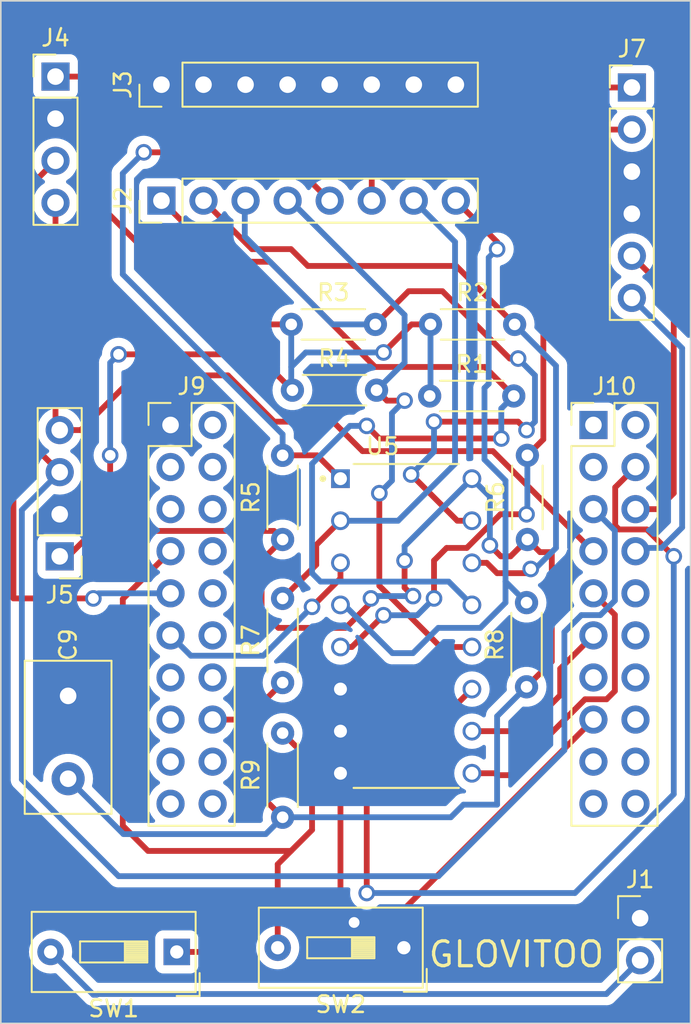
<source format=kicad_pcb>
(kicad_pcb (version 20221018) (generator pcbnew)
  (layers (0 "F.Cu" signal) (31 "B.Cu" signal) (34 "B.Paste" user) (35 "F.Paste" user) (36 "B.SilkS" user "B.Silkscreen") (37 "F.SilkS" user "F.Silkscreen") (38 "B.Mask" user) (39 "F.Mask" user) (44 "Edge.Cuts" user))
  (net 0 "")
  (net 1 "GND")
  (net 2 "+3.3V")
  (net 3 "S0")
  (net 4 "S1")
  (net 5 "S2")
  (net 6 "S3")
  (net 7 "S4")
  (net 8 "S5")
  (net 9 "S6")
  (net 10 "S7")
  (net 11 "MC_SCL")
  (net 12 "MC_SDA")
  (net 13 "INM_SD")
  (net 14 "INM_WS")
  (net 15 "INM_SCK")
  (net 16 "MC_IO35")
  (net 17 "MC_IO34")
  (net 18 "SET_C")
  (net 19 "SET_B")
  (net 20 "SET_A")
  (net 21 "Net-(J1-Pin_2)")
  (net 22 "+5V")
  (footprint "Resistor_THT:R_Axial_DIN0204_L3.6mm_D1.6mm_P5.08mm_Horizontal" (layer "F.Cu") (at 99.568 93.218 90)
    (fp_text reference "R7" (at 2.54 -1.92 90) (layer "F.SilkS"))
    (fp_text value "4.7K")
    (pad "1" thru_hole circle (at 0 0 90) (size 1.4 1.4) (drill 0.7) (layers "*.Cu" "*.Mask") (net 2 "+3.3V"))
    (pad "2" thru_hole oval (at 5.08 0 90) (size 1.4 1.4) (drill 0.7) (layers "*.Cu" "*.Mask") (net 9 "S6"))
  )
  (footprint "Connector_PinHeader_2.54mm:PinHeader_1x06_P2.54mm_Vertical" (layer "F.Cu") (at 120.66 57.3)
    (fp_text reference "J7" (at 0 -2.33) (layer "F.SilkS"))
    (fp_text value "INMP441")
    (pad "1" thru_hole rect (at 0 0) (size 1.7 1.7) (drill 1) (layers "*.Cu" "*.Mask") (net 13 "INM_SD"))
    (pad "2" thru_hole oval (at 0 2.54) (size 1.7 1.7) (drill 1) (layers "*.Cu" "*.Mask") (net 2 "+3.3V"))
    (pad "3" thru_hole oval (at 0 5.08) (size 1.7 1.7) (drill 1) (layers "*.Cu" "*.Mask") (net 1 "GND"))
    (pad "4" thru_hole oval (at 0 7.62) (size 1.7 1.7) (drill 1) (layers "*.Cu" "*.Mask") (net 1 "GND"))
    (pad "5" thru_hole oval (at 0 10.16) (size 1.7 1.7) (drill 1) (layers "*.Cu" "*.Mask") (net 14 "INM_WS"))
    (pad "6" thru_hole oval (at 0 12.7) (size 1.7 1.7) (drill 1) (layers "*.Cu" "*.Mask") (net 15 "INM_SCK"))
  )
  (footprint "Resistor_THT:R_Axial_DIN0204_L3.6mm_D1.6mm_P5.08mm_Horizontal" (layer "F.Cu") (at 108.45 75.92)
    (fp_text reference "R1" (at 2.54 -1.92) (layer "F.SilkS"))
    (fp_text value "4.7K")
    (pad "1" thru_hole circle (at 0 0) (size 1.4 1.4) (drill 0.7) (layers "*.Cu" "*.Mask") (net 2 "+3.3V"))
    (pad "2" thru_hole oval (at 5.08 0) (size 1.4 1.4) (drill 0.7) (layers "*.Cu" "*.Mask") (net 3 "S0"))
  )
  (footprint "Connector_PinHeader_2.54mm:PinHeader_2x10_P2.54mm_Vertical" (layer "F.Cu") (at 118.34 77.67)
    (fp_text reference "J10" (at 1.27 -2.33) (layer "F.SilkS"))
    (fp_text value "Kanan")
    (pad "1" thru_hole rect (at 0 0) (size 1.7 1.7) (drill 1) (layers "*.Cu" "*.Mask"))
    (pad "2" thru_hole oval (at 2.54 0) (size 1.7 1.7) (drill 1) (layers "*.Cu" "*.Mask"))
    (pad "3" thru_hole oval (at 0 2.54) (size 1.7 1.7) (drill 1) (layers "*.Cu" "*.Mask"))
    (pad "4" thru_hole oval (at 2.54 2.54) (size 1.7 1.7) (drill 1) (layers "*.Cu" "*.Mask") (net 20 "SET_A"))
    (pad "5" thru_hole oval (at 0 5.08) (size 1.7 1.7) (drill 1) (layers "*.Cu" "*.Mask") (net 11 "MC_SCL"))
    (pad "6" thru_hole oval (at 2.54 5.08) (size 1.7 1.7) (drill 1) (layers "*.Cu" "*.Mask") (net 14 "INM_WS"))
    (pad "7" thru_hole oval (at 0 7.62) (size 1.7 1.7) (drill 1) (layers "*.Cu" "*.Mask") (net 12 "MC_SDA"))
    (pad "8" thru_hole oval (at 2.54 7.62) (size 1.7 1.7) (drill 1) (layers "*.Cu" "*.Mask") (net 15 "INM_SCK"))
    (pad "9" thru_hole oval (at 0 10.16) (size 1.7 1.7) (drill 1) (layers "*.Cu" "*.Mask") (net 18 "SET_C"))
    (pad "10" thru_hole oval (at 2.54 10.16) (size 1.7 1.7) (drill 1) (layers "*.Cu" "*.Mask"))
    (pad "11" thru_hole oval (at 0 12.7) (size 1.7 1.7) (drill 1) (layers "*.Cu" "*.Mask") (net 19 "SET_B"))
    (pad "12" thru_hole oval (at 2.54 12.7) (size 1.7 1.7) (drill 1) (layers "*.Cu" "*.Mask"))
    (pad "13" thru_hole oval (at 0 15.24) (size 1.7 1.7) (drill 1) (layers "*.Cu" "*.Mask"))
    (pad "14" thru_hole oval (at 2.54 15.24) (size 1.7 1.7) (drill 1) (layers "*.Cu" "*.Mask"))
    (pad "15" thru_hole oval (at 0 17.78) (size 1.7 1.7) (drill 1) (layers "*.Cu" "*.Mask") (net 22 "+5V"))
    (pad "16" thru_hole oval (at 2.54 17.78) (size 1.7 1.7) (drill 1) (layers "*.Cu" "*.Mask"))
    (pad "17" thru_hole oval (at 0 20.32) (size 1.7 1.7) (drill 1) (layers "*.Cu" "*.Mask"))
    (pad "18" thru_hole oval (at 2.54 20.32) (size 1.7 1.7) (drill 1) (layers "*.Cu" "*.Mask"))
    (pad "19" thru_hole oval (at 0 22.86) (size 1.7 1.7) (drill 1) (layers "*.Cu" "*.Mask"))
    (pad "20" thru_hole oval (at 2.54 22.86) (size 1.7 1.7) (drill 1) (layers "*.Cu" "*.Mask"))
  )
  (footprint "Resistor_THT:R_Axial_DIN0204_L3.6mm_D1.6mm_P5.08mm_Horizontal" (layer "F.Cu") (at 114.35 84.582 90)
    (fp_text reference "R6" (at 2.54 -1.92 90) (layer "F.SilkS"))
    (fp_text value "4.7K")
    (pad "1" thru_hole circle (at 0 0 90) (size 1.4 1.4) (drill 0.7) (layers "*.Cu" "*.Mask") (net 2 "+3.3V"))
    (pad "2" thru_hole oval (at 5.08 0 90) (size 1.4 1.4) (drill 0.7) (layers "*.Cu" "*.Mask") (net 8 "S5"))
  )
  (footprint "Resistor_THT:R_Axial_DIN0204_L3.6mm_D1.6mm_P5.08mm_Horizontal" (layer "F.Cu") (at 99.568 84.582 90)
    (fp_text reference "R5" (at 2.54 -1.92 90) (layer "F.SilkS"))
    (fp_text value "4.7K")
    (pad "1" thru_hole circle (at 0 0 90) (size 1.4 1.4) (drill 0.7) (layers "*.Cu" "*.Mask") (net 2 "+3.3V"))
    (pad "2" thru_hole oval (at 5.08 0 90) (size 1.4 1.4) (drill 0.7) (layers "*.Cu" "*.Mask") (net 7 "S4"))
  )
  (footprint "Connector_PinHeader_2.54mm:PinHeader_1x04_P2.54mm_Vertical" (layer "F.Cu") (at 85.852 56.642)
    (fp_text reference "J4" (at 0 -2.33) (layer "F.SilkS"))
    (fp_text value "MPU6050")
    (pad "1" thru_hole rect (at 0 0) (size 1.7 1.7) (drill 1) (layers "*.Cu" "*.Mask") (net 2 "+3.3V"))
    (pad "2" thru_hole oval (at 0 2.54) (size 1.7 1.7) (drill 1) (layers "*.Cu" "*.Mask") (net 1 "GND"))
    (pad "3" thru_hole oval (at 0 5.08) (size 1.7 1.7) (drill 1) (layers "*.Cu" "*.Mask") (net 11 "MC_SCL"))
    (pad "4" thru_hole oval (at 0 7.62) (size 1.7 1.7) (drill 1) (layers "*.Cu" "*.Mask") (net 12 "MC_SDA"))
  )
  (footprint "Resistor_THT:R_Axial_DIN0204_L3.6mm_D1.6mm_P5.08mm_Horizontal" (layer "F.Cu") (at 108.5 71.6)
    (fp_text reference "R2" (at 2.54 -1.92) (layer "F.SilkS"))
    (fp_text value "4.7K")
    (pad "1" thru_hole circle (at 0 0) (size 1.4 1.4) (drill 0.7) (layers "*.Cu" "*.Mask") (net 2 "+3.3V"))
    (pad "2" thru_hole oval (at 5.08 0) (size 1.4 1.4) (drill 0.7) (layers "*.Cu" "*.Mask") (net 4 "S1"))
  )
  (footprint "Capacitor_THT:C_Disc_D9.0mm_W5.0mm_P5.00mm" (layer "F.Cu") (at 86.614 99.02 90)
    (fp_text reference "C9" (at 8.088 0 90) (layer "F.SilkS"))
    (fp_text value "100nF")
    (pad "1" thru_hole circle (at 0 0 90) (size 2 2) (drill 1) (layers "*.Cu" "*.Mask") (net 2 "+3.3V"))
    (pad "2" thru_hole circle (at 5 0 90) (size 2 2) (drill 1) (layers "*.Cu" "*.Mask") (net 1 "GND"))
  )
  (footprint "Connector_PinHeader_2.54mm:PinHeader_1x08_P2.54mm_Vertical" (layer "F.Cu") (at 92.25 57.13 90)
    (fp_text reference "J3" (at 0 -2.33 90) (layer "F.SilkS"))
    (fp_text value "Flex_In")
    (pad "1" thru_hole rect (at 0 0 90) (size 1.7 1.7) (drill 1) (layers "*.Cu" "*.Mask") (net 1 "GND"))
    (pad "2" thru_hole oval (at 0 2.54 90) (size 1.7 1.7) (drill 1) (layers "*.Cu" "*.Mask") (net 1 "GND"))
    (pad "3" thru_hole oval (at 0 5.08 90) (size 1.7 1.7) (drill 1) (layers "*.Cu" "*.Mask") (net 1 "GND"))
    (pad "4" thru_hole oval (at 0 7.62 90) (size 1.7 1.7) (drill 1) (layers "*.Cu" "*.Mask") (net 1 "GND"))
    (pad "5" thru_hole oval (at 0 10.16 90) (size 1.7 1.7) (drill 1) (layers "*.Cu" "*.Mask") (net 1 "GND"))
    (pad "6" thru_hole oval (at 0 12.7 90) (size 1.7 1.7) (drill 1) (layers "*.Cu" "*.Mask") (net 1 "GND"))
    (pad "7" thru_hole oval (at 0 15.24 90) (size 1.7 1.7) (drill 1) (layers "*.Cu" "*.Mask") (net 1 "GND"))
    (pad "8" thru_hole oval (at 0 17.78 90) (size 1.7 1.7) (drill 1) (layers "*.Cu" "*.Mask") (net 1 "GND"))
  )
  (footprint "Button_Switch_THT:SW_DIP_SPSTx01_Slide_9.78x4.72mm_W7.62mm_P2.54mm" (layer "F.Cu") (at 106.8915 109.22 180)
    (fp_text reference "SW2" (at 3.81 -3.42) (layer "F.SilkS"))
    (fp_text value "Switch_Mode")
    (pad "1" thru_hole rect (at 0 0 180) (size 1.6 1.6) (drill 0.8) (layers "*.Cu" "*.Mask") (net 1 "GND"))
    (pad "2" thru_hole oval (at 7.62 0 180) (size 1.6 1.6) (drill 0.8) (layers "*.Cu" "*.Mask") (net 16 "MC_IO35"))
  )
  (footprint "Resistor_THT:R_Axial_DIN0204_L3.6mm_D1.6mm_P5.08mm_Horizontal" (layer "F.Cu") (at 100.09 71.6)
    (fp_text reference "R3" (at 2.54 -1.92) (layer "F.SilkS"))
    (fp_text value "4.7K")
    (pad "1" thru_hole circle (at 0 0) (size 1.4 1.4) (drill 0.7) (layers "*.Cu" "*.Mask") (net 2 "+3.3V"))
    (pad "2" thru_hole oval (at 5.08 0) (size 1.4 1.4) (drill 0.7) (layers "*.Cu" "*.Mask") (net 5 "S2"))
  )
  (footprint "Resistor_THT:R_Axial_DIN0204_L3.6mm_D1.6mm_P5.08mm_Horizontal" (layer "F.Cu") (at 100.16 75.57)
    (fp_text reference "R4" (at 2.54 -1.92) (layer "F.SilkS"))
    (fp_text value "4.7K")
    (pad "1" thru_hole circle (at 0 0) (size 1.4 1.4) (drill 0.7) (layers "*.Cu" "*.Mask") (net 2 "+3.3V"))
    (pad "2" thru_hole oval (at 5.08 0) (size 1.4 1.4) (drill 0.7) (layers "*.Cu" "*.Mask") (net 6 "S3"))
  )
  (footprint "Connector_PinHeader_2.54mm:PinHeader_1x02_P2.54mm_Vertical" (layer "F.Cu") (at 121.158 107.437)
    (fp_text reference "J1" (at 0 -2.33) (layer "F.SilkS"))
    (fp_text value "TP4056")
    (pad "1" thru_hole rect (at 0 0) (size 1.7 1.7) (drill 1) (layers "*.Cu" "*.Mask") (net 1 "GND"))
    (pad "2" thru_hole oval (at 0 2.54) (size 1.7 1.7) (drill 1) (layers "*.Cu" "*.Mask") (net 21 "Net-(J1-Pin_2)"))
  )
  (footprint "Resistor_THT:R_Axial_DIN0204_L3.6mm_D1.6mm_P5.08mm_Horizontal" (layer "F.Cu") (at 114.3 93.472 90)
    (fp_text reference "R8" (at 2.54 -1.92 90) (layer "F.SilkS"))
    (fp_text value "4.7K")
    (pad "1" thru_hole circle (at 0 0 90) (size 1.4 1.4) (drill 0.7) (layers "*.Cu" "*.Mask") (net 2 "+3.3V"))
    (pad "2" thru_hole oval (at 5.08 0 90) (size 1.4 1.4) (drill 0.7) (layers "*.Cu" "*.Mask") (net 10 "S7"))
  )
  (footprint "Resistor_THT:R_Axial_DIN0204_L3.6mm_D1.6mm_P5.08mm_Horizontal" (layer "F.Cu") (at 99.568 101.346 90)
    (fp_text reference "R9" (at 2.54 -1.92 90) (layer "F.SilkS"))
    (fp_text value "4.7K")
    (pad "1" thru_hole circle (at 0 0 90) (size 1.4 1.4) (drill 0.7) (layers "*.Cu" "*.Mask") (net 2 "+3.3V"))
    (pad "2" thru_hole oval (at 5.08 0 90) (size 1.4 1.4) (drill 0.7) (layers "*.Cu" "*.Mask") (net 16 "MC_IO35"))
  )
  (footprint "Button_Switch_THT:SW_DIP_SPSTx01_Slide_9.78x4.72mm_W7.62mm_P2.54mm" (layer "F.Cu") (at 93.1755 109.474 180)
    (fp_text reference "SW1" (at 3.81 -3.42) (layer "F.SilkS"))
    (fp_text value "Switch_POWER")
    (pad "1" thru_hole rect (at 0 0 180) (size 1.6 1.6) (drill 0.8) (layers "*.Cu" "*.Mask") (net 22 "+5V"))
    (pad "2" thru_hole oval (at 7.62 0 180) (size 1.6 1.6) (drill 0.8) (layers "*.Cu" "*.Mask") (net 21 "Net-(J1-Pin_2)"))
  )
  (footprint "CD4051:DIP794W45P254L1969H508Q16" (layer "F.Cu") (at 107.0325 89.8)
    (fp_text reference "U5" (at -1.425 -10.835) (layer "F.SilkS"))
    (fp_text value "4051")
    (pad "1" thru_hole rect (at -3.97 -8.89) (size 1.13 1.13) (drill 0.78) (layers "*.Cu" "*.Mask") (net 7 "S4"))
    (pad "2" thru_hole circle (at -3.97 -6.35) (size 1.13 1.13) (drill 0.78) (layers "*.Cu" "*.Mask") (net 9 "S6"))
    (pad "3" thru_hole circle (at -3.97 -3.81) (size 1.13 1.13) (drill 0.78) (layers "*.Cu" "*.Mask") (net 17 "MC_IO34"))
    (pad "4" thru_hole circle (at -3.97 -1.27) (size 1.13 1.13) (drill 0.78) (layers "*.Cu" "*.Mask") (net 10 "S7"))
    (pad "5" thru_hole circle (at -3.97 1.27) (size 1.13 1.13) (drill 0.78) (layers "*.Cu" "*.Mask") (net 8 "S5"))
    (pad "6" thru_hole circle (at -3.97 3.81) (size 1.13 1.13) (drill 0.78) (layers "*.Cu" "*.Mask") (net 1 "GND"))
    (pad "7" thru_hole circle (at -3.97 6.35) (size 1.13 1.13) (drill 0.78) (layers "*.Cu" "*.Mask") (net 1 "GND"))
    (pad "8" thru_hole circle (at -3.97 8.89) (size 1.13 1.13) (drill 0.78) (layers "*.Cu" "*.Mask") (net 1 "GND"))
    (pad "9" thru_hole circle (at 3.97 8.89) (size 1.13 1.13) (drill 0.78) (layers "*.Cu" "*.Mask") (net 18 "SET_C"))
    (pad "10" thru_hole circle (at 3.97 6.35) (size 1.13 1.13) (drill 0.78) (layers "*.Cu" "*.Mask") (net 19 "SET_B"))
    (pad "11" thru_hole circle (at 3.97 3.81) (size 1.13 1.13) (drill 0.78) (layers "*.Cu" "*.Mask") (net 20 "SET_A"))
    (pad "12" thru_hole circle (at 3.97 1.27) (size 1.13 1.13) (drill 0.78) (layers "*.Cu" "*.Mask") (net 6 "S3"))
    (pad "13" thru_hole circle (at 3.97 -1.27) (size 1.13 1.13) (drill 0.78) (layers "*.Cu" "*.Mask") (net 3 "S0"))
    (pad "14" thru_hole circle (at 3.97 -3.81) (size 1.13 1.13) (drill 0.78) (layers "*.Cu" "*.Mask") (net 4 "S1"))
    (pad "15" thru_hole circle (at 3.97 -6.35) (size 1.13 1.13) (drill 0.78) (layers "*.Cu" "*.Mask") (net 5 "S2"))
    (pad "16" thru_hole circle (at 3.97 -8.89) (size 1.13 1.13) (drill 0.78) (layers "*.Cu" "*.Mask") (net 2 "+3.3V"))
  )
  (footprint "Connector_PinHeader_2.54mm:PinHeader_1x08_P2.54mm_Vertical" (layer "F.Cu") (at 92.25 64.13 90)
    (fp_text reference "J2" (at 0 -2.33 90) (layer "F.SilkS"))
    (fp_text value "Flex_Out")
    (pad "1" thru_hole rect (at 0 0 90) (size 1.7 1.7) (drill 1) (layers "*.Cu" "*.Mask") (net 3 "S0"))
    (pad "2" thru_hole oval (at 0 2.54 90) (size 1.7 1.7) (drill 1) (layers "*.Cu" "*.Mask") (net 4 "S1"))
    (pad "3" thru_hole oval (at 0 5.08 90) (size 1.7 1.7) (drill 1) (layers "*.Cu" "*.Mask") (net 5 "S2"))
    (pad "4" thru_hole oval (at 0 7.62 90) (size 1.7 1.7) (drill 1) (layers "*.Cu" "*.Mask") (net 6 "S3"))
    (pad "5" thru_hole oval (at 0 10.16 90) (size 1.7 1.7) (drill 1) (layers "*.Cu" "*.Mask") (net 7 "S4"))
    (pad "6" thru_hole oval (at 0 12.7 90) (size 1.7 1.7) (drill 1) (layers "*.Cu" "*.Mask") (net 8 "S5"))
    (pad "7" thru_hole oval (at 0 15.24 90) (size 1.7 1.7) (drill 1) (layers "*.Cu" "*.Mask") (net 9 "S6"))
    (pad "8" thru_hole oval (at 0 17.78 90) (size 1.7 1.7) (drill 1) (layers "*.Cu" "*.Mask") (net 10 "S7"))
  )
  (footprint "Connector_PinHeader_2.54mm:PinHeader_1x04_P2.54mm_Vertical" (layer "F.Cu") (at 86.106 85.598 180)
    (fp_text reference "J5" (at 0 -2.33) (layer "F.SilkS"))
    (fp_text value "OLED LCD")
    (pad "1" thru_hole rect (at 0 0 180) (size 1.7 1.7) (drill 1) (layers "*.Cu" "*.Mask") (net 2 "+3.3V"))
    (pad "2" thru_hole oval (at 0 2.54 180) (size 1.7 1.7) (drill 1) (layers "*.Cu" "*.Mask") (net 1 "GND"))
    (pad "3" thru_hole oval (at 0 5.08 180) (size 1.7 1.7) (drill 1) (layers "*.Cu" "*.Mask") (net 11 "MC_SCL"))
    (pad "4" thru_hole oval (at 0 7.62 180) (size 1.7 1.7) (drill 1) (layers "*.Cu" "*.Mask") (net 12 "MC_SDA"))
  )
  (footprint "Connector_PinHeader_2.54mm:PinHeader_2x10_P2.54mm_Vertical" (layer "F.Cu") (at 92.8 77.67)
    (fp_text reference "J9" (at 1.27 -2.33) (layer "F.SilkS"))
    (fp_text value "Kiri")
    (pad "1" thru_hole rect (at 0 0) (size 1.7 1.7) (drill 1) (layers "*.Cu" "*.Mask") (net 1 "GND"))
    (pad "2" thru_hole oval (at 2.54 0) (size 1.7 1.7) (drill 1) (layers "*.Cu" "*.Mask"))
    (pad "3" thru_hole oval (at 0 2.54) (size 1.7 1.7) (drill 1) (layers "*.Cu" "*.Mask"))
    (pad "4" thru_hole oval (at 2.54 2.54) (size 1.7 1.7) (drill 1) (layers "*.Cu" "*.Mask"))
    (pad "5" thru_hole oval (at 0 5.08) (size 1.7 1.7) (drill 1) (layers "*.Cu" "*.Mask"))
    (pad "6" thru_hole oval (at 2.54 5.08) (size 1.7 1.7) (drill 1) (layers "*.Cu" "*.Mask"))
    (pad "7" thru_hole oval (at 0 7.62) (size 1.7 1.7) (drill 1) (layers "*.Cu" "*.Mask") (net 16 "MC_IO35"))
    (pad "8" thru_hole oval (at 2.54 7.62) (size 1.7 1.7) (drill 1) (layers "*.Cu" "*.Mask"))
    (pad "9" thru_hole oval (at 0 10.16) (size 1.7 1.7) (drill 1) (layers "*.Cu" "*.Mask") (net 13 "INM_SD"))
    (pad "10" thru_hole oval (at 2.54 10.16) (size 1.7 1.7) (drill 1) (layers "*.Cu" "*.Mask"))
    (pad "11" thru_hole oval (at 0 12.7) (size 1.7 1.7) (drill 1) (layers "*.Cu" "*.Mask") (net 17 "MC_IO34"))
    (pad "12" thru_hole oval (at 2.54 12.7) (size 1.7 1.7) (drill 1) (layers "*.Cu" "*.Mask"))
    (pad "13" thru_hole oval (at 0 15.24) (size 1.7 1.7) (drill 1) (layers "*.Cu" "*.Mask"))
    (pad "14" thru_hole oval (at 2.54 15.24) (size 1.7 1.7) (drill 1) (layers "*.Cu" "*.Mask"))
    (pad "15" thru_hole oval (at 0 17.78) (size 1.7 1.7) (drill 1) (layers "*.Cu" "*.Mask"))
    (pad "16" thru_hole oval (at 2.54 17.78) (size 1.7 1.7) (drill 1) (layers "*.Cu" "*.Mask") (net 2 "+3.3V"))
    (pad "17" thru_hole oval (at 0 20.32) (size 1.7 1.7) (drill 1) (layers "*.Cu" "*.Mask"))
    (pad "18" thru_hole oval (at 2.54 20.32) (size 1.7 1.7) (drill 1) (layers "*.Cu" "*.Mask"))
    (pad "19" thru_hole oval (at 0 22.86) (size 1.7 1.7) (drill 1) (layers "*.Cu" "*.Mask"))
    (pad "20" thru_hole oval (at 2.54 22.86) (size 1.7 1.7) (drill 1) (layers "*.Cu" "*.Mask"))
  )
  (gr_rect (start 82.55 52.07) (end 124.206 113.792) (stroke (width 0.1)) (fill none) (layer "Edge.Cuts"))
  (gr_text "GLOVITOO" (at 108.2715 110.497) (layer "F.SilkS") (effects (font (size 1.5 1.5) (thickness 0.2) bold) (justify left bottom)))
  (segment (start 103.0625 98.69) (end 103.0625 106.8725) (width 0.35) (layer "F.Cu") (net 1))
  (segment (start 103.0625 106.8725) (end 103.886 107.696) (width 0.35) (layer "F.Cu") (net 1))
  (via (at 103.886 107.696) (size 1) (drill 0.65) (layers "F.Cu" "B.Cu") (net 1))
  (segment (start 103.886 107.696) (end 104.145 107.437) (width 0.35) (layer "B.Cu") (net 1))
  (segment (start 104.145 107.437) (end 121.158 107.437) (width 0.35) (layer "B.Cu") (net 1))
  (segment (start 95.73 71.6) (end 100.09 71.6) (width 0.35) (layer "F.Cu") (net 2))
  (segment (start 104.902 88.392) (end 103.378 89.916) (width 0.35) (layer "F.Cu") (net 2))
  (segment (start 108.5 71.6) (end 107.357 71.6) (width 0.35) (layer "F.Cu") (net 2))
  (segment (start 87.63 56.642) (end 88.646 57.658) (width 0.35) (layer "F.Cu") (net 2))
  (segment (start 115.824 91.948) (end 115.824 85.344) (width 0.35) (layer "F.Cu") (net 2))
  (segment (start 106.934 87.489) (end 107.442 87.997) (width 0.35) (layer "F.Cu") (net 2))
  (segment (start 104.902 88.138) (end 104.902 88.392) (width 0.35) (layer "F.Cu") (net 2))
  (segment (start 89.154 83.058) (end 88.138 84.074) (width 0.35) (layer "F.Cu") (net 2))
  (segment (start 86.106 85.598) (end 86.614 85.598) (width 0.35) (layer "F.Cu") (net 2))
  (segment (start 97.79 99.568) (end 97.79 95.758) (width 0.35) (layer "F.Cu") (net 2))
  (segment (start 115.112 85.344) (end 114.35 84.582) (width 0.35) (layer "F.Cu") (net 2))
  (segment (start 98.298 85.852) (end 99.568 84.582) (width 0.35) (layer "F.Cu") (net 2))
  (segment (start 99.314 89.916) (end 98.298 88.9) (width 0.35) (layer "F.Cu") (net 2))
  (segment (start 88.129 84.065) (end 99.051 84.065) (width 0.35) (layer "F.Cu") (net 2))
  (segment (start 112.084942 84.934357) (end 112.748585 85.598) (width 0.35) (layer "F.Cu") (net 2))
  (segment (start 88.646 57.658) (end 88.646 59.69) (width 0.35) (layer "F.Cu") (net 2))
  (segment (start 97.482 95.45) (end 97.482 95.304) (width 0.35) (layer "F.Cu") (net 2))
  (segment (start 97.996 73.406) (end 89.662 73.406) (width 0.35) (layer "F.Cu") (net 2))
  (segment (start 97.79 95.758) (end 97.482 95.45) (width 0.35) (layer "F.Cu") (net 2))
  (segment (start 99.051 84.065) (end 99.568 84.582) (width 0.35) (layer "F.Cu") (net 2))
  (segment (start 115.824 85.344) (end 115.112 85.344) (width 0.35) (layer "F.Cu") (net 2))
  (segment (start 103.378 89.916) (end 99.314 89.916) (width 0.35) (layer "F.Cu") (net 2))
  (segment (start 89.154 79.502) (end 89.154 83.058) (width 0.35) (layer "F.Cu") (net 2))
  (segment (start 112.748585 85.598) (end 113.334 85.598) (width 0.35) (layer "F.Cu") (net 2))
  (segment (start 97.482 95.45) (end 95.34 95.45) (width 0.35) (layer "F.Cu") (net 2))
  (segment (start 107.357 71.6) (end 105.664 73.293) (width 0.35) (layer "F.Cu") (net 2))
  (segment (start 88.138 84.074) (end 88.129 84.065) (width 0.35) (layer "F.Cu") (net 2))
  (segment (start 88.646 59.69) (end 88.646 64.516) (width 0.35) (layer "F.Cu") (net 2))
  (segment (start 88.796 59.84) (end 120.66 59.84) (width 0.35) (layer "F.Cu") (net 2))
  (segment (start 106.934 85.852) (end 106.934 87.489) (width 0.35) (layer "F.Cu") (net 2))
  (segment (start 85.852 56.642) (end 87.63 56.642) (width 0.35) (layer "F.Cu") (net 2))
  (segment (start 98.298 88.9) (end 98.298 85.852) (width 0.35) (layer "F.Cu") (net 2))
  (segment (start 97.482 95.304) (end 99.568 93.218) (width 0.35) (layer "F.Cu") (net 2))
  (segment (start 88.646 59.69) (end 88.796 59.84) (width 0.35) (layer "F.Cu") (net 2))
  (segment (start 114.3 93.472) (end 115.824 91.948) (width 0.35) (layer "F.Cu") (net 2))
  (segment (start 100.16 75.57) (end 97.996 73.406) (width 0.35) (layer "F.Cu") (net 2))
  (segment (start 113.334 85.598) (end 114.35 84.582) (width 0.35) (layer "F.Cu") (net 2))
  (segment (start 88.646 64.516) (end 95.73 71.6) (width 0.35) (layer "F.Cu") (net 2))
  (segment (start 99.568 101.346) (end 97.79 99.568) (width 0.35) (layer "F.Cu") (net 2))
  (segment (start 86.614 85.598) (end 88.138 84.074) (width 0.35) (layer "F.Cu") (net 2))
  (via (at 107.442 87.997) (size 1) (drill 0.65) (layers "F.Cu" "B.Cu") (net 2))
  (via (at 89.662 73.406) (size 1) (drill 0.65) (layers "F.Cu" "B.Cu") (net 2))
  (via (at 89.154 79.502) (size 1) (drill 0.65) (layers "F.Cu" "B.Cu") (net 2))
  (via (at 105.664 73.293) (size 1) (drill 0.65) (layers "F.Cu" "B.Cu") (net 2))
  (via (at 112.084942 84.934357) (size 1) (drill 0.65) (layers "F.Cu" "B.Cu") (net 2))
  (via (at 104.902 88.138) (size 1) (drill 0.65) (layers "F.Cu" "B.Cu") (net 2))
  (via (at 106.934 85.852) (size 1) (drill 0.65) (layers "F.Cu" "B.Cu") (net 2))
  (segment (start 99.568 101.346) (end 109.728 101.346) (width 0.35) (layer "B.Cu") (net 2))
  (segment (start 112.084942 84.934357) (end 112.084942 81.992442) (width 0.35) (layer "B.Cu") (net 2))
  (segment (start 100.09 74.168) (end 100.09 75.5) (width 0.35) (layer "B.Cu") (net 2))
  (segment (start 89.956 102.362) (end 86.614 99.02) (width 0.35) (layer "B.Cu") (net 2))
  (segment (start 89.662 73.406) (end 89.154 73.914) (width 0.35) (layer "B.Cu") (net 2))
  (segment (start 108.5 71.6) (end 108.5 75.87) (width 0.35) (layer "B.Cu") (net 2))
  (segment (start 100.965 73.293) (end 100.09 74.168) (width 0.35) (layer "B.Cu") (net 2))
  (segment (start 99.568 101.346) (end 98.552 102.362) (width 0.35) (layer "B.Cu") (net 2))
  (segment (start 100.09 75.5) (end 100.16 75.57) (width 0.35) (layer "B.Cu") (net 2))
  (segment (start 105.043 87.997) (end 104.902 88.138) (width 0.35) (layer "B.Cu") (net 2))
  (segment (start 108.5 75.87) (end 108.45 75.92) (width 0.35) (layer "B.Cu") (net 2))
  (segment (start 112.522 95.25) (end 114.3 93.472) (width 0.35) (layer "B.Cu") (net 2))
  (segment (start 109.728 101.346) (end 110.49 100.584) (width 0.35) (layer "B.Cu") (net 2))
  (segment (start 112.522 100.584) (end 112.522 95.25) (width 0.35) (layer "B.Cu") (net 2))
  (segment (start 89.154 73.914) (end 89.154 79.502) (width 0.35) (layer "B.Cu") (net 2))
  (segment (start 110.49 100.584) (end 112.522 100.584) (width 0.35) (layer "B.Cu") (net 2))
  (segment (start 106.934 84.9785) (end 106.934 85.852) (width 0.35) (layer "B.Cu") (net 2))
  (segment (start 111.0025 80.91) (end 106.934 84.9785) (width 0.35) (layer "B.Cu") (net 2))
  (segment (start 98.552 102.362) (end 89.956 102.362) (width 0.35) (layer "B.Cu") (net 2))
  (segment (start 100.09 71.6) (end 100.09 74.168) (width 0.35) (layer "B.Cu") (net 2))
  (segment (start 112.084942 81.992442) (end 111.0025 80.91) (width 0.35) (layer "B.Cu") (net 2))
  (segment (start 105.664 73.293) (end 100.965 73.293) (width 0.35) (layer "B.Cu") (net 2))
  (segment (start 107.442 87.997) (end 105.043 87.997) (width 0.35) (layer "B.Cu") (net 2))
  (segment (start 112.776 78.486) (end 105.41 78.486) (width 0.35) (layer "F.Cu") (net 3))
  (segment (start 95.938 67.818) (end 98.806 67.818) (width 0.35) (layer "F.Cu") (net 3))
  (segment (start 111.778 74.168) (end 113.53 75.92) (width 0.35) (layer "F.Cu") (net 3))
  (segment (start 105.156 74.168) (end 111.778 74.168) (width 0.35) (layer "F.Cu") (net 3))
  (segment (start 105.41 78.486) (end 104.648 77.724) (width 0.35) (layer "F.Cu") (net 3))
  (segment (start 92.25 64.13) (end 95.938 67.818) (width 0.35) (layer "F.Cu") (net 3))
  (segment (start 98.806 67.818) (end 105.156 74.168) (width 0.35) (layer "F.Cu") (net 3))
  (via (at 104.648 77.724) (size 1) (drill 0.65) (layers "F.Cu" "B.Cu") (net 3))
  (via (at 112.776 78.486) (size 1) (drill 0.65) (layers "F.Cu" "B.Cu") (net 3))
  (segment (start 103.632 77.724) (end 101.346 80.01) (width 0.35) (layer "B.Cu") (net 3))
  (segment (start 101.346 80.01) (end 101.346 86.614) (width 0.35) (layer "B.Cu") (net 3))
  (segment (start 104.648 77.724) (end 103.632 77.724) (width 0.35) (layer "B.Cu") (net 3))
  (segment (start 112.776 76.674) (end 112.776 78.486) (width 0.35) (layer "B.Cu") (net 3))
  (segment (start 101.854 87.122) (end 109.5945 87.122) (width 0.35) (layer "B.Cu") (net 3))
  (segment (start 113.53 75.92) (end 112.776 76.674) (width 0.35) (layer "B.Cu") (net 3))
  (segment (start 109.5945 87.122) (end 111.0025 88.53) (width 0.35) (layer "B.Cu") (net 3))
  (segment (start 101.346 86.614) (end 101.854 87.122) (width 0.35) (layer "B.Cu") (net 3))
  (segment (start 111.898 85.99) (end 111.0025 85.99) (width 0.35) (layer "F.Cu") (net 4))
  (segment (start 112.522 86.614) (end 111.898 85.99) (width 0.35) (layer "F.Cu") (net 4))
  (segment (start 94.79 64.13) (end 97.716 67.056) (width 0.35) (layer "F.Cu") (net 4))
  (segment (start 110.052 68.072) (end 113.58 71.6) (width 0.35) (layer "F.Cu") (net 4))
  (segment (start 100.076 67.056) (end 101.092 68.072) (width 0.35) (layer "F.Cu") (net 4))
  (segment (start 97.716 67.056) (end 100.076 67.056) (width 0.35) (layer "F.Cu") (net 4))
  (segment (start 114.554 86.36) (end 114.3 86.614) (width 0.35) (layer "F.Cu") (net 4))
  (segment (start 101.092 68.072) (end 110.052 68.072) (width 0.35) (layer "F.Cu") (net 4))
  (segment (start 114.3 86.614) (end 112.522 86.614) (width 0.35) (layer "F.Cu") (net 4))
  (via (at 114.554 86.36) (size 1) (drill 0.65) (layers "F.Cu" "B.Cu") (net 4))
  (segment (start 116.078 85.09) (end 114.808 86.36) (width 0.35) (layer "B.Cu") (net 4))
  (segment (start 113.58 71.6) (end 116.078 74.098) (width 0.35) (layer "B.Cu") (net 4))
  (segment (start 114.808 86.36) (end 114.554 86.36) (width 0.35) (layer "B.Cu") (net 4))
  (segment (start 116.078 74.098) (end 116.078 85.09) (width 0.35) (layer "B.Cu") (net 4))
  (segment (start 107.95 69.596) (end 109.22 69.596) (width 0.35) (layer "F.Cu") (net 5))
  (segment (start 109.22 69.596) (end 112.268 72.644) (width 0.35) (layer "F.Cu") (net 5))
  (segment (start 105.17 71.6) (end 107.174 69.596) (width 0.35) (layer "F.Cu") (net 5))
  (segment (start 107.174 69.596) (end 107.95 69.596) (width 0.35) (layer "F.Cu") (net 5))
  (segment (start 110.12 83.45) (end 111.0025 83.45) (width 0.35) (layer "F.Cu") (net 5))
  (segment (start 112.268 72.644) (end 113.284 73.66) (width 0.35) (layer "F.Cu") (net 5))
  (segment (start 108.712 77.47) (end 113.792 77.47) (width 0.35) (layer "F.Cu") (net 5))
  (segment (start 107.331281 80.661281) (end 110.12 83.45) (width 0.35) (layer "F.Cu") (net 5))
  (segment (start 113.284 73.66) (end 113.792 73.66) (width 0.35) (layer "F.Cu") (net 5))
  (segment (start 113.792 77.47) (end 114.3 77.978) (width 0.35) (layer "F.Cu") (net 5))
  (via (at 107.331281 80.661281) (size 1) (drill 0.65) (layers "F.Cu" "B.Cu") (net 5))
  (via (at 114.3 77.978) (size 1) (drill 0.65) (layers "F.Cu" "B.Cu") (net 5))
  (via (at 113.792 73.66) (size 1) (drill 0.65) (layers "F.Cu" "B.Cu") (net 5))
  (via (at 108.712 77.47) (size 1) (drill 0.65) (layers "F.Cu" "B.Cu") (net 5))
  (segment (start 97.282 66.294) (end 102.588 71.6) (width 0.35) (layer "B.Cu") (net 5))
  (segment (start 102.588 71.6) (end 105.17 71.6) (width 0.35) (layer "B.Cu") (net 5))
  (segment (start 114.3 77.978) (end 114.808 77.47) (width 0.35) (layer "B.Cu") (net 5))
  (segment (start 114.808 77.47) (end 114.808 74.676) (width 0.35) (layer "B.Cu") (net 5))
  (segment (start 108.712 79.280562) (end 107.331281 80.661281) (width 0.35) (layer "B.Cu") (net 5))
  (segment (start 114.808 74.676) (end 113.792 73.66) (width 0.35) (layer "B.Cu") (net 5))
  (segment (start 108.712 77.47) (end 108.712 79.280562) (width 0.35) (layer "B.Cu") (net 5))
  (segment (start 97.282 64.178) (end 97.282 66.294) (width 0.35) (layer "B.Cu") (net 5))
  (segment (start 97.33 64.13) (end 97.282 64.178) (width 0.35) (layer "B.Cu") (net 5))
  (segment (start 105.41 87.376) (end 109.104 91.07) (width 0.35) (layer "F.Cu") (net 6))
  (segment (start 109.104 91.07) (end 111.0025 91.07) (width 0.35) (layer "F.Cu") (net 6))
  (segment (start 106.934 76.2) (end 105.87 76.2) (width 0.35) (layer "F.Cu") (net 6))
  (segment (start 105.87 76.2) (end 105.24 75.57) (width 0.35) (layer "F.Cu") (net 6))
  (segment (start 105.41 81.788) (end 105.41 87.376) (width 0.35) (layer "F.Cu") (net 6))
  (via (at 105.41 81.788) (size 1) (drill 0.65) (layers "F.Cu" "B.Cu") (net 6))
  (via (at 106.934 76.2) (size 1) (drill 0.65) (layers "F.Cu" "B.Cu") (net 6))
  (segment (start 100.034 64.13) (end 106.934 71.03) (width 0.35) (layer "B.Cu") (net 6))
  (segment (start 106.934 73.914) (end 106.68 74.168) (width 0.35) (layer "B.Cu") (net 6))
  (segment (start 106.68 74.168) (end 106.642 74.168) (width 0.35) (layer "B.Cu") (net 6))
  (segment (start 106.172 81.026) (end 105.41 81.788) (width 0.35) (layer "B.Cu") (net 6))
  (segment (start 106.172 76.962) (end 106.172 81.026) (width 0.35) (layer "B.Cu") (net 6))
  (segment (start 106.934 71.03) (end 106.934 73.914) (width 0.35) (layer "B.Cu") (net 6))
  (segment (start 106.642 74.168) (end 105.24 75.57) (width 0.35) (layer "B.Cu") (net 6))
  (segment (start 106.934 76.2) (end 106.172 76.962) (width 0.35) (layer "B.Cu") (net 6))
  (segment (start 99.87 64.13) (end 100.034 64.13) (width 0.35) (layer "B.Cu") (net 6))
  (segment (start 102.41 64.13) (end 99.494 61.214) (width 0.35) (layer "F.Cu") (net 7))
  (segment (start 101.6545 79.502) (end 103.0625 80.91) (width 0.35) (layer "F.Cu") (net 7))
  (segment (start 99.568 79.502) (end 101.6545 79.502) (width 0.35) (layer "F.Cu") (net 7))
  (segment (start 99.494 61.214) (end 91.186 61.214) (width 0.35) (layer "F.Cu") (net 7))
  (via (at 91.186 61.214) (size 1) (drill 0.65) (layers "F.Cu" "B.Cu") (net 7))
  (segment (start 89.916 62.484) (end 89.916 68.58) (width 0.35) (layer "B.Cu") (net 7))
  (segment (start 89.916 68.58) (end 99.568 78.232) (width 0.35) (layer "B.Cu") (net 7))
  (segment (start 99.568 78.232) (end 99.568 79.502) (width 0.35) (layer "B.Cu") (net 7))
  (segment (start 91.186 61.214) (end 89.916 62.484) (width 0.35) (layer "B.Cu") (net 7))
  (segment (start 108.712 85.852) (end 108.712 88.138) (width 0.35) (layer "F.Cu") (net 8))
  (segment (start 104.95 64.13) (end 104.95 62.182) (width 0.35) (layer "F.Cu") (net 8))
  (segment (start 104.95 62.182) (end 105.664 61.468) (width 0.35) (layer "F.Cu") (net 8))
  (segment (start 103.0625 91.07) (end 103.748 91.07) (width 0.35) (layer "F.Cu") (net 8))
  (segment (start 112.723861 83.058) (end 110.691861 85.09) (width 0.35) (layer "F.Cu") (net 8))
  (segment (start 105.664 61.468) (end 112.268 61.468) (width 0.35) (layer "F.Cu") (net 8))
  (segment (start 103.748 91.07) (end 105.664 89.154) (width 0.35) (layer "F.Cu") (net 8))
  (segment (start 115.316 64.516) (end 115.316 78.536) (width 0.35) (layer "F.Cu") (net 8))
  (segment (start 110.691861 85.09) (end 109.474 85.09) (width 0.35) (layer "F.Cu") (net 8))
  (segment (start 109.474 85.09) (end 108.712 85.852) (width 0.35) (layer "F.Cu") (net 8))
  (segment (start 114.3 83.058) (end 112.723861 83.058) (width 0.35) (layer "F.Cu") (net 8))
  (segment (start 112.268 61.468) (end 115.316 64.516) (width 0.35) (layer "F.Cu") (net 8))
  (segment (start 115.316 78.536) (end 114.35 79.502) (width 0.35) (layer "F.Cu") (net 8))
  (via (at 114.3 83.058) (size 1) (drill 0.65) (layers "F.Cu" "B.Cu") (net 8))
  (via (at 108.712 88.138) (size 1) (drill 0.65) (layers "F.Cu" "B.Cu") (net 8))
  (via (at 105.664 89.154) (size 1) (drill 0.65) (layers "F.Cu" "B.Cu") (net 8))
  (segment (start 105.664 89.154) (end 107.696 89.154) (width 0.35) (layer "B.Cu") (net 8))
  (segment (start 107.696 89.154) (end 108.712 88.138) (width 0.35) (layer "B.Cu") (net 8))
  (segment (start 114.35 83.008) (end 114.35 79.502) (width 0.35) (layer "B.Cu") (net 8))
  (segment (start 114.3 83.058) (end 114.35 83.008) (width 0.35) (layer "B.Cu") (net 8))
  (segment (start 99.568 88.138) (end 101.6 86.106) (width 0.35) (layer "F.Cu") (net 9))
  (segment (start 101.6 86.106) (end 101.6 84.9125) (width 0.35) (layer "F.Cu") (net 9))
  (segment (start 101.6 84.9125) (end 103.0625 83.45) (width 0.35) (layer "F.Cu") (net 9))
  (segment (start 107.49 64.13) (end 109.982 66.622) (width 0.35) (layer "B.Cu") (net 9))
  (segment (start 109.982 66.622) (end 109.982 80.01) (width 0.35) (layer "B.Cu") (net 9))
  (segment (start 109.982 80.01) (end 106.542 83.45) (width 0.35) (layer "B.Cu") (net 9))
  (segment (start 106.542 83.45) (end 103.0625 83.45) (width 0.35) (layer "B.Cu") (net 9))
  (segment (start 112.522 66.622) (end 112.522 67.056) (width 0.35) (layer "F.Cu") (net 10))
  (segment (start 110.03 64.13) (end 112.522 66.622) (width 0.35) (layer "F.Cu") (net 10))
  (via (at 112.522 67.056) (size 1) (drill 0.65) (layers "F.Cu" "B.Cu") (net 10))
  (segment (start 112.014 67.564) (end 112.014 75.184) (width 0.35) (layer "B.Cu") (net 10))
  (segment (start 113.03 81.026) (end 113.03 87.122) (width 0.35) (layer "B.Cu") (net 10))
  (segment (start 103.0625 88.53) (end 103.28925 88.53) (width 0.35) (layer "B.Cu") (net 10))
  (segment (start 111.76 79.756) (end 113.03 81.026) (width 0.35) (layer "B.Cu") (net 10))
  (segment (start 111.76 75.438) (end 111.76 79.756) (width 0.35) (layer "B.Cu") (net 10))
  (segment (start 106.19925 91.44) (end 107.442 91.44) (width 0.35) (layer "B.Cu") (net 10))
  (segment (start 113.03 87.122) (end 114.3 88.392) (width 0.35) (layer "B.Cu") (net 10))
  (segment (start 113.03 88.392) (end 113.03 87.122) (width 0.35) (layer "B.Cu") (net 10))
  (segment (start 103.28925 88.53) (end 106.19925 91.44) (width 0.35) (layer "B.Cu") (net 10))
  (segment (start 111.506 89.916) (end 113.03 88.392) (width 0.35) (layer "B.Cu") (net 10))
  (segment (start 108.966 89.916) (end 111.506 89.916) (width 0.35) (layer "B.Cu") (net 10))
  (segment (start 107.442 91.44) (end 108.966 89.916) (width 0.35) (layer "B.Cu") (net 10))
  (segment (start 112.014 75.184) (end 111.76 75.438) (width 0.35) (layer "B.Cu") (net 10))
  (segment (start 112.522 67.056) (end 112.014 67.564) (width 0.35) (layer "B.Cu") (net 10))
  (segment (start 84.328 78.74) (end 86.106 80.518) (width 0.35) (layer "F.Cu") (net 11))
  (segment (start 84.328 63.246) (end 84.328 78.74) (width 0.35) (layer "F.Cu") (net 11))
  (segment (start 85.852 61.722) (end 84.328 63.246) (width 0.35) (layer "F.Cu") (net 11))
  (segment (start 116.586 90.17) (end 117.611 89.145) (width 0.35) (layer "B.Cu") (net 11))
  (segment (start 108.981817 104.902) (end 116.586 97.297817) (width 0.35) (layer "B.Cu") (net 11))
  (segment (start 86.106 80.518) (end 83.82 82.804) (width 0.35) (layer "B.Cu") (net 11))
  (segment (start 89.662 104.902) (end 108.981817 104.902) (width 0.35) (layer "B.Cu") (net 11))
  (segment (start 83.82 99.06) (end 89.662 104.902) (width 0.35) (layer "B.Cu") (net 11))
  (segment (start 116.586 97.297817) (end 116.586 90.17) (width 0.35) (layer "B.Cu") (net 11))
  (segment (start 118.757412 89.145) (end 119.634 88.268412) (width 0.35) (layer "B.Cu") (net 11))
  (segment (start 119.634 88.268412) (end 119.634 84.044) (width 0.35) (layer "B.Cu") (net 11))
  (segment (start 117.611 89.145) (end 118.757412 89.145) (width 0.35) (layer "B.Cu") (net 11))
  (segment (start 83.82 82.804) (end 83.82 99.06) (width 0.35) (layer "B.Cu") (net 11))
  (segment (start 119.634 84.044) (end 118.34 82.75) (width 0.35) (layer "B.Cu") (net 11))
  (segment (start 86.106 77.978) (end 87.376 77.978) (width 0.35) (layer "F.Cu") (net 12))
  (segment (start 85.852 77.724) (end 86.106 77.978) (width 0.35) (layer "F.Cu") (net 12))
  (segment (start 112.268 79.248) (end 118.31 85.29) (width 0.35) (layer "F.Cu") (net 12))
  (segment (start 118.31 85.29) (end 118.34 85.29) (width 0.35) (layer "F.Cu") (net 12))
  (segment (start 102.616 77.47) (end 104.394 79.248) (width 0.35) (layer "F.Cu") (net 12))
  (segment (start 104.394 79.248) (end 112.268 79.248) (width 0.35) (layer "F.Cu") (net 12))
  (segment (start 85.852 64.262) (end 85.852 77.724) (width 0.35) (layer "F.Cu") (net 12))
  (segment (start 96.266 74.676) (end 99.06 77.47) (width 0.35) (layer "F.Cu") (net 12))
  (segment (start 99.06 77.47) (end 102.616 77.47) (width 0.35) (layer "F.Cu") (net 12))
  (segment (start 90.678 74.676) (end 96.266 74.676) (width 0.35) (layer "F.Cu") (net 12))
  (segment (start 87.376 77.978) (end 90.678 74.676) (width 0.35) (layer "F.Cu") (net 12))
  (segment (start 114.554 53.848) (end 84.074 53.848) (width 0.35) (layer "F.Cu") (net 13))
  (segment (start 83.566 54.356) (end 83.312 54.61) (width 0.35) (layer "F.Cu") (net 13))
  (segment (start 84.074 53.848) (end 83.566 54.356) (width 0.35) (layer "F.Cu") (net 13))
  (segment (start 83.312 54.61) (end 83.312 88.138) (width 0.35) (layer "F.Cu") (net 13))
  (segment (start 83.312 88.138) (end 88.138 88.138) (width 0.35) (layer "F.Cu") (net 13))
  (segment (start 118.006 57.3) (end 114.554 53.848) (width 0.35) (layer "F.Cu") (net 13))
  (segment (start 120.66 57.3) (end 118.006 57.3) (width 0.35) (layer "F.Cu") (net 13))
  (via (at 88.138 88.138) (size 1) (drill 0.65) (layers "F.Cu" "B.Cu") (net 13))
  (segment (start 88.138 88.138) (end 88.446 87.83) (width 0.35) (layer "B.Cu") (net 13))
  (segment (start 88.446 87.83) (end 92.8 87.83) (width 0.35) (layer "B.Cu") (net 13))
  (segment (start 122.228 82.75) (end 120.88 82.75) (width 0.35) (layer "F.Cu") (net 14))
  (segment (start 123.19 81.788) (end 122.228 82.75) (width 0.35) (layer "F.Cu") (net 14))
  (segment (start 123.19 69.99) (end 123.19 81.788) (width 0.35) (layer "F.Cu") (net 14))
  (segment (start 120.66 67.46) (end 123.19 69.99) (width 0.35) (layer "F.Cu") (net 14))
  (segment (start 121.08 85.09) (end 120.88 85.29) (width 0.35) (layer "B.Cu") (net 15))
  (segment (start 122.460563 85.09) (end 121.08 85.09) (width 0.35) (layer "B.Cu") (net 15))
  (segment (start 120.66 70) (end 123.698 73.038) (width 0.35) (layer "B.Cu") (net 15))
  (segment (start 123.698 73.038) (end 123.698 83.852563) (width 0.35) (layer "B.Cu") (net 15))
  (segment (start 123.698 83.852563) (end 122.460563 85.09) (width 0.35) (layer "B.Cu") (net 15))
  (segment (start 101.346 98.044) (end 99.568 96.266) (width 0.35) (layer "F.Cu") (net 16))
  (segment (start 101.346 102.108) (end 101.346 98.044) (width 0.35) (layer "F.Cu") (net 16))
  (segment (start 99.2715 104.1825) (end 100.076 103.378) (width 0.35) (layer "F.Cu") (net 16))
  (segment (start 89.916 88.174) (end 92.8 85.29) (width 0.35) (layer "F.Cu") (net 16))
  (segment (start 91.44 103.378) (end 89.916 101.854) (width 0.35) (layer "F.Cu") (net 16))
  (segment (start 100.076 103.378) (end 91.44 103.378) (width 0.35) (layer "F.Cu") (net 16))
  (segment (start 89.916 101.854) (end 89.916 88.174) (width 0.35) (layer "F.Cu") (net 16))
  (segment (start 99.2715 109.22) (end 99.2715 104.1825) (width 0.35) (layer "F.Cu") (net 16))
  (segment (start 101.346 102.108) (end 100.076 103.378) (width 0.35) (layer "F.Cu") (net 16))
  (segment (start 103.0625 85.99) (end 103.0625 86.9295) (width 0.35) (layer "F.Cu") (net 17))
  (segment (start 103.0625 86.9295) (end 101.346 88.646) (width 0.35) (layer "F.Cu") (net 17))
  (via (at 101.346 88.646) (size 1) (drill 0.65) (layers "F.Cu" "B.Cu") (net 17))
  (segment (start 101.346 88.646) (end 98.397 91.595) (width 0.35) (layer "B.Cu") (net 17))
  (segment (start 94.025 91.595) (end 92.8 90.37) (width 0.35) (layer "B.Cu") (net 17))
  (segment (start 98.397 91.595) (end 94.025 91.595) (width 0.35) (layer "B.Cu") (net 17))
  (segment (start 119.634 93.726) (end 119.634 89.124) (width 0.35) (layer "F.Cu") (net 18))
  (segment (start 112.515817 98.806) (end 113.251588 98.806) (width 0.35) (layer "F.Cu") (net 18))
  (segment (start 111.0025 98.69) (end 112.399817 98.69) (width 0.35) (layer "F.Cu") (net 18))
  (segment (start 119.634 89.124) (end 118.34 87.83) (width 0.35) (layer "F.Cu") (net 18))
  (segment (start 113.251588 98.806) (end 117.832588 94.225) (width 0.35) (layer "F.Cu") (net 18))
  (segment (start 117.832588 94.225) (end 119.135 94.225) (width 0.35) (layer "F.Cu") (net 18))
  (segment (start 112.399817 98.69) (end 112.515817 98.806) (width 0.35) (layer "F.Cu") (net 18))
  (segment (start 119.135 94.225) (end 119.634 93.726) (width 0.35) (layer "F.Cu") (net 18))
  (segment (start 111.0025 96.15) (end 114.162 96.15) (width 0.35) (layer "F.Cu") (net 19))
  (segment (start 116.332 93.98) (end 116.332 92.378) (width 0.35) (layer "F.Cu") (net 19))
  (segment (start 114.162 96.15) (end 116.332 93.98) (width 0.35) (layer "F.Cu") (net 19))
  (segment (start 116.332 92.378) (end 118.34 90.37) (width 0.35) (layer "F.Cu") (net 19))
  (segment (start 119.888 83.975) (end 119.655 83.742) (width 0.35) (layer "F.Cu") (net 20))
  (segment (start 123.19 85.598) (end 121.567 83.975) (width 0.35) (layer "F.Cu") (net 20))
  (segment (start 104.648 99.9645) (end 104.648 105.918) (width 0.35) (layer "F.Cu") (net 20))
  (segment (start 119.655 83.742) (end 119.655 81.435) (width 0.35) (layer "F.Cu") (net 20))
  (segment (start 121.567 83.975) (end 119.888 83.975) (width 0.35) (layer "F.Cu") (net 20))
  (segment (start 111.0025 93.61) (end 104.648 99.9645) (width 0.35) (layer "F.Cu") (net 20))
  (segment (start 119.655 81.435) (end 120.88 80.21) (width 0.35) (layer "F.Cu") (net 20))
  (via (at 123.19 85.598) (size 1) (drill 0.65) (layers "F.Cu" "B.Cu") (net 20))
  (via (at 104.648 105.918) (size 1) (drill 0.65) (layers "F.Cu" "B.Cu") (net 20))
  (segment (start 123.19 99.952412) (end 123.19 85.598) (width 0.35) (layer "B.Cu") (net 20))
  (segment (start 104.648 105.918) (end 117.224412 105.918) (width 0.35) (layer "B.Cu") (net 20))
  (segment (start 117.224412 105.918) (end 123.19 99.952412) (width 0.35) (layer "B.Cu") (net 20))
  (segment (start 85.5555 109.474) (end 88.138 112.0565) (width 0.35) (layer "B.Cu") (net 21))
  (segment (start 119.121 112.014) (end 121.158 109.977) (width 0.35) (layer "B.Cu") (net 21))
  (segment (start 88.3495 112.0565) (end 88.392 112.014) (width 0.35) (layer "B.Cu") (net 21))
  (segment (start 88.392 112.014) (end 119.121 112.014) (width 0.35) (layer "B.Cu") (net 21))
  (segment (start 88.138 112.0565) (end 88.3495 112.0565) (width 0.35) (layer "B.Cu") (net 21))
  (segment (start 101.854 110.744) (end 103.046 110.744) (width 0.35) (layer "F.Cu") (net 22))
  (segment (start 103.046 110.744) (end 118.34 95.45) (width 0.35) (layer "F.Cu") (net 22))
  (segment (start 97.536 110.998) (end 101.6 110.998) (width 0.35) (layer "F.Cu") (net 22))
  (segment (start 93.1755 109.474) (end 96.012 109.474) (width 0.35) (layer "F.Cu") (net 22))
  (segment (start 96.012 109.474) (end 97.536 110.998) (width 0.35) (layer "F.Cu") (net 22))
  (segment (start 101.6 110.998) (end 101.854 110.744) (width 0.35) (layer "F.Cu") (net 22))
  (zone (net 1) (net_name "GND") (layer "B.Cu") (connect_pads yes (clearance 0.5)) (min_thickness 0.25) (fill yes (thermal_gap 0.5) (thermal_bridge_width 0.5))
    (polygon (pts (xy 82.55 52.07) (xy 124.206 52.07) (xy 124.206 113.792) (xy 82.55 113.792)))
  )
)
</source>
